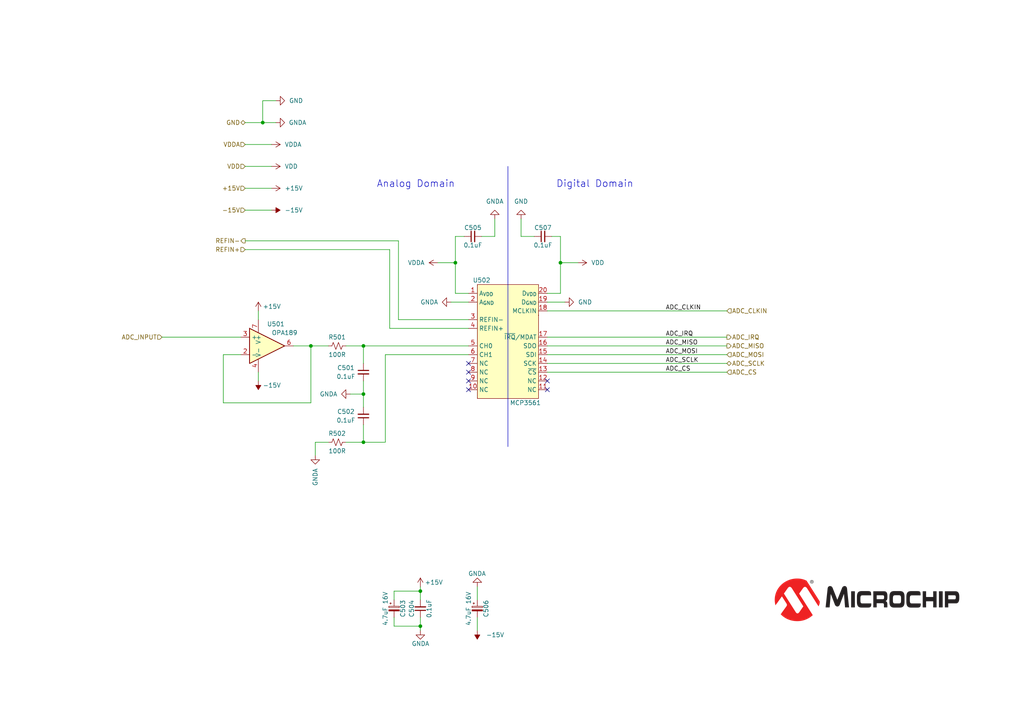
<source format=kicad_sch>
(kicad_sch (version 20230121) (generator eeschema)
  (paper "A4")
  (title_block (title "Lab-Precision Voltage Source") (date "2022-05-10") (rev "REV 1.0") (company "Emoe-Studio") (comment 1 "©Floydfish 2022"))
  (lib_symbols
    (symbol "Device:C_Polarized_Small" (pin_numbers hide) (pin_names (offset 0.254) hide)
      (property "Reference" "C" (at 0.254 1.778 0))
      (property "Value" "C_Polarized_Small" (at 0.254 -2.032 0))
      (symbol "C_Polarized_Small_0_1"
        (rectangle (start -1.524 -0.3048) (end 1.524 -0.6858) (fill (type outline)))
        (rectangle (start -1.524 0.6858) (end 1.524 0.3048))
        (polyline (pts (xy -1.27 1.524) (xy -0.762 1.524)))
        (polyline (pts (xy -1.016 1.27) (xy -1.016 1.778)))
      )
      (symbol "C_Polarized_Small_1_1"
        (pin passive line (at 0 2.54 270) (length 1.8542) (name "~") (number "1"))
        (pin passive line (at 0 -2.54 90) (length 1.8542) (name "~") (number "2"))
      )
    )
    (symbol "Device:C_Small" (pin_numbers hide) (pin_names (offset 0.254) hide)
      (property "Reference" "C" (at 0.254 1.778 0))
      (property "Value" "C_Small" (at 0.254 -2.032 0))
      (symbol "C_Small_0_1"
        (polyline (pts (xy -1.524 -0.508) (xy 1.524 -0.508)) (stroke (width 0.3302)))
        (polyline (pts (xy -1.524 0.508) (xy 1.524 0.508)) (stroke (width 0.3048)))
      )
      (symbol "C_Small_1_1"
        (pin passive line (at 0 2.54 270) (length 2.032) (name "~") (number "1"))
        (pin passive line (at 0 -2.54 90) (length 2.032) (name "~") (number "2"))
      )
    )
    (symbol "Device:R_Small_US" (pin_numbers hide) (pin_names (offset 0.254) hide)
      (property "Reference" "R" (at 0.762 0.508 0))
      (property "Value" "R_Small_US" (at 0.762 -1.016 0))
      (symbol "R_Small_US_1_1"
        (polyline (pts (xy 0 0) (xy 1.016 -0.381) (xy 0 -0.762) (xy -1.016 -1.143) (xy 0 -1.524)))
        (polyline (pts (xy 0 1.524) (xy 1.016 1.143) (xy 0 0.762) (xy -1.016 0.381) (xy 0 0)))
        (pin passive line (at 0 2.54 270) (length 1.016) (name "~") (number "1"))
        (pin passive line (at 0 -2.54 90) (length 1.016) (name "~") (number "2"))
      )
    )
    (symbol "LabPrecisionVoltageSource_Symbol:MCP3561"
      (property "Reference" "U" (at 0 13.97 0))
      (property "Value" "MCP3561" (at 0 11.43 0))
      (symbol "MCP3561_0_1"
        (rectangle (start -8.89 10.16) (end 8.89 -22.86) (fill (type background)))
        (rectangle (start 8.89 1.27) (end 8.89 1.27))
        (rectangle (start 8.89 1.27) (end 8.89 1.27))
        (rectangle (start 8.89 1.27) (end 8.89 1.27))
        (rectangle (start 8.89 1.27) (end 8.89 1.27))
      )
      (symbol "MCP3561_1_1"
        (pin bidirectional line (at -11.43 7.62 0) (length 2.54) (name "A_{VDD}") (number "1"))
        (pin bidirectional line (at -11.43 -20.32 0) (length 2.54) (name "NC") (number "10"))
        (pin bidirectional line (at 11.43 -20.32 180) (length 2.54) (name "NC") (number "11"))
        (pin bidirectional line (at 11.43 -17.78 180) (length 2.54) (name "NC") (number "12"))
        (pin bidirectional line (at 11.43 -15.24 180) (length 2.54) (name "~{CS}") (number "13"))
        (pin bidirectional line (at 11.43 -12.7 180) (length 2.54) (name "SCK") (number "14"))
        (pin bidirectional line (at 11.43 -10.16 180) (length 2.54) (name "SDI") (number "15"))
        (pin bidirectional line (at 11.43 -7.62 180) (length 2.54) (name "SDO") (number "16"))
        (pin bidirectional line (at 11.43 -5.08 180) (length 2.54) (name "~{IRQ}/MDAT") (number "17"))
        (pin bidirectional line (at 11.43 2.54 180) (length 2.54) (name "MCLKIN") (number "18"))
        (pin bidirectional line (at 11.43 5.08 180) (length 2.54) (name "D_{GND}") (number "19"))
        (pin bidirectional line (at -11.43 5.08 0) (length 2.54) (name "A_{GND}") (number "2"))
        (pin bidirectional line (at 11.43 7.62 180) (length 2.54) (name "D_{VDD}") (number "20"))
        (pin bidirectional line (at -11.43 0 0) (length 2.54) (name "REFIN-") (number "3"))
        (pin bidirectional line (at -11.43 -2.54 0) (length 2.54) (name "REFIN+") (number "4"))
        (pin bidirectional line (at -11.43 -7.62 0) (length 2.54) (name "CH0") (number "5"))
        (pin bidirectional line (at -11.43 -10.16 0) (length 2.54) (name "CH1") (number "6"))
        (pin bidirectional line (at -11.43 -12.7 0) (length 2.54) (name "NC") (number "7"))
        (pin bidirectional line (at -11.43 -15.24 0) (length 2.54) (name "NC") (number "8"))
        (pin bidirectional line (at -11.43 -17.78 0) (length 2.54) (name "NC") (number "9"))
      )
    )
    (symbol "LabPrecisionVoltageSource_Symbol:OPA189"
      (property "Reference" "U" (at 5.08 6.35 0))
      (property "Value" "OPA189" (at 7.62 3.81 0))
      (symbol "OPA189_0_0"
        (text "" (at -2.54 0 0) (effects (font (size 1.27 1.27))))
        (text "" (at 0 2.54 0) (effects (font (size 1.27 1.27))))
      )
      (symbol "OPA189_0_1"
        (polyline (pts (xy -3.81 5.08) (xy 6.35 0) (xy -3.81 -5.08) (xy -3.81 5.08)) (stroke (width 0.254)) (fill (type background)))
      )
      (symbol "OPA189_1_1"
        (pin no_connect line (at 1.27 -7.62 90) (length 5.08) hide (name "NC") (number "1"))
        (pin input line (at -6.35 -2.54 0) (length 2.54) (name "-") (number "2"))
        (pin input line (at -6.35 2.54 0) (length 2.54) (name "+") (number "3"))
        (pin power_in line (at -1.27 -7.62 90) (length 3.81) (name "V-") (number "4"))
        (pin no_connect line (at 3.81 -7.62 90) (length 6.35) hide (name "NC") (number "5"))
        (pin output line (at 8.89 0 180) (length 2.54) (name "~") (number "6"))
        (pin power_in line (at -1.27 7.62 270) (length 3.81) (name "V+") (number "7"))
        (pin no_connect line (at 1.27 7.62 270) (length 5.08) hide (name "DNC") (number "8"))
      )
    )
    (symbol "power:+15V" (power) (pin_names (offset 0))
      (property "Value" "+15V" (at 0 3.556 0))
      (symbol "+15V_0_1"
        (polyline (pts (xy -0.762 1.27) (xy 0 2.54)))
        (polyline (pts (xy 0 0) (xy 0 2.54)))
        (polyline (pts (xy 0 2.54) (xy 0.762 1.27)))
      )
      (symbol "+15V_1_1"
        (pin power_in line (at 0 0 90) (length 0) hide (name "+15V") (number "1"))
      )
    )
    (symbol "power:-15V" (power) (pin_names (offset 0))
      (property "Value" "-15V" (at 0 3.81 0))
      (symbol "-15V_0_0"
        (pin power_in line (at 0 0 90) (length 0) hide (name "-15V") (number "1"))
      )
      (symbol "-15V_0_1"
        (polyline (pts (xy 0 0) (xy 0 1.27) (xy 0.762 1.27) (xy 0 2.54) (xy -0.762 1.27) (xy 0 1.27)) (fill (type outline)))
      )
    )
    (symbol "power:GND" (power) (pin_names (offset 0))
      (property "Value" "GND" (at 0 -3.81 0))
      (symbol "GND_0_1"
        (polyline (pts (xy 0 0) (xy 0 -1.27) (xy 1.27 -1.27) (xy 0 -2.54) (xy -1.27 -1.27) (xy 0 -1.27)))
      )
      (symbol "GND_1_1"
        (pin power_in line (at 0 0 270) (length 0) hide (name "GND") (number "1"))
      )
    )
    (symbol "power:GNDA" (power) (pin_names (offset 0))
      (property "Value" "GNDA" (at 0 -3.81 0))
      (symbol "GNDA_0_1"
        (polyline (pts (xy 0 0) (xy 0 -1.27) (xy 1.27 -1.27) (xy 0 -2.54) (xy -1.27 -1.27) (xy 0 -1.27)))
      )
      (symbol "GNDA_1_1"
        (pin power_in line (at 0 0 270) (length 0) hide (name "GNDA") (number "1"))
      )
    )
    (symbol "power:VDD" (power) (pin_names (offset 0))
      (property "Value" "VDD" (at 0 3.81 0))
      (symbol "VDD_0_1"
        (polyline (pts (xy -0.762 1.27) (xy 0 2.54)))
        (polyline (pts (xy 0 0) (xy 0 2.54)))
        (polyline (pts (xy 0 2.54) (xy 0.762 1.27)))
      )
      (symbol "VDD_1_1"
        (pin power_in line (at 0 0 90) (length 0) hide (name "VDD") (number "1"))
      )
    )
    (symbol "power:VDDA" (power) (pin_names (offset 0))
      (property "Value" "VDDA" (at 0 3.81 0))
      (symbol "VDDA_0_1"
        (polyline (pts (xy -0.762 1.27) (xy 0 2.54)))
        (polyline (pts (xy 0 0) (xy 0 2.54)))
        (polyline (pts (xy 0 2.54) (xy 0.762 1.27)))
      )
      (symbol "VDDA_1_1"
        (pin power_in line (at 0 0 90) (length 0) hide (name "VDDA") (number "1"))
      )
    )
  )
  (junction (at 105.41 114.3))
  (junction (at 105.41 100.33))
  (junction (at 162.56 76.2))
  (junction (at 76.2 35.56))
  (junction (at 90.17 100.33))
  (junction (at 121.92 171.45))
  (junction (at 121.92 181.61))
  (junction (at 132.08 76.2))
  (junction (at 105.41 128.27))
  (no_connect (at 135.89 107.95))
  (no_connect (at 135.89 110.49))
  (no_connect (at 135.89 113.03))
  (no_connect (at 135.89 105.41))
  (no_connect (at 158.75 110.49))
  (no_connect (at 158.75 113.03))
  (wire (pts (xy 162.56 76.2) (xy 167.64 76.2)))
  (wire (pts (xy 71.12 41.91) (xy 78.74 41.91)))
  (wire (pts (xy 114.3 171.45) (xy 121.92 171.45)))
  (wire (pts (xy 100.33 128.27) (xy 105.41 128.27)))
  (wire (pts (xy 132.08 68.58) (xy 134.62 68.58)))
  (wire (pts (xy 105.41 110.49) (xy 105.41 114.3)))
  (wire (pts (xy 121.92 170.18) (xy 121.92 171.45)))
  (wire (pts (xy 101.6 114.3) (xy 105.41 114.3)))
  (wire (pts (xy 76.2 35.56) (xy 80.01 35.56)))
  (wire (pts (xy 135.89 85.09) (xy 132.08 85.09)))
  (wire (pts (xy 158.75 87.63) (xy 163.83 87.63)))
  (wire (pts (xy 151.13 63.5) (xy 151.13 68.58)))
  (wire (pts (xy 71.12 60.96) (xy 78.74 60.96)))
  (wire (pts (xy 111.76 102.87) (xy 135.89 102.87)))
  (wire (pts (xy 158.75 85.09) (xy 162.56 85.09)))
  (wire (pts (xy 105.41 100.33) (xy 105.41 105.41)))
  (wire (pts (xy 158.75 90.17) (xy 210.82 90.17)))
  (wire (pts (xy 105.41 114.3) (xy 105.41 118.11)))
  (wire (pts (xy 91.44 132.08) (xy 91.44 128.27)))
  (wire (pts (xy 111.76 102.87) (xy 111.76 128.27)))
  (wire (pts (xy 71.12 54.61) (xy 78.74 54.61)))
  (wire (pts (xy 143.51 63.5) (xy 143.51 68.58)))
  (wire (pts (xy 113.03 72.39) (xy 113.03 95.25)))
  (wire (pts (xy 158.75 100.33) (xy 210.82 100.33)))
  (wire (pts (xy 114.3 179.07) (xy 114.3 181.61)))
  (wire (pts (xy 90.17 100.33) (xy 85.09 100.33)))
  (wire (pts (xy 138.43 170.18) (xy 138.43 173.99)))
  (wire (pts (xy 64.77 102.87) (xy 64.77 116.84)))
  (wire (pts (xy 80.01 29.21) (xy 76.2 29.21)))
  (wire (pts (xy 113.03 95.25) (xy 135.89 95.25)))
  (wire (pts (xy 100.33 100.33) (xy 105.41 100.33)))
  (wire (pts (xy 111.76 128.27) (xy 105.41 128.27)))
  (polyline (pts (xy 147.32 48.26) (xy 147.32 129.54)))
  (wire (pts (xy 71.12 35.56) (xy 76.2 35.56)))
  (wire (pts (xy 71.12 48.26) (xy 78.74 48.26)))
  (wire (pts (xy 91.44 128.27) (xy 95.25 128.27)))
  (wire (pts (xy 132.08 85.09) (xy 132.08 76.2)))
  (wire (pts (xy 71.12 69.85) (xy 115.57 69.85)))
  (wire (pts (xy 132.08 76.2) (xy 132.08 68.58)))
  (wire (pts (xy 105.41 100.33) (xy 135.89 100.33)))
  (wire (pts (xy 114.3 181.61) (xy 121.92 181.61)))
  (wire (pts (xy 74.93 90.17) (xy 74.93 92.71)))
  (wire (pts (xy 158.75 105.41) (xy 210.82 105.41)))
  (wire (pts (xy 69.85 102.87) (xy 64.77 102.87)))
  (wire (pts (xy 46.99 97.79) (xy 69.85 97.79)))
  (wire (pts (xy 127 76.2) (xy 132.08 76.2)))
  (wire (pts (xy 162.56 76.2) (xy 162.56 68.58)))
  (wire (pts (xy 162.56 68.58) (xy 160.02 68.58)))
  (wire (pts (xy 74.93 107.95) (xy 74.93 110.49)))
  (wire (pts (xy 90.17 100.33) (xy 95.25 100.33)))
  (wire (pts (xy 115.57 92.71) (xy 135.89 92.71)))
  (wire (pts (xy 138.43 179.07) (xy 138.43 182.88)))
  (wire (pts (xy 90.17 116.84) (xy 90.17 100.33)))
  (wire (pts (xy 71.12 72.39) (xy 113.03 72.39)))
  (wire (pts (xy 130.81 87.63) (xy 135.89 87.63)))
  (wire (pts (xy 121.92 182.88) (xy 121.92 181.61)))
  (wire (pts (xy 114.3 173.99) (xy 114.3 171.45)))
  (wire (pts (xy 121.92 173.99) (xy 121.92 171.45)))
  (wire (pts (xy 158.75 107.95) (xy 210.82 107.95)))
  (wire (pts (xy 64.77 116.84) (xy 90.17 116.84)))
  (wire (pts (xy 76.2 29.21) (xy 76.2 35.56)))
  (wire (pts (xy 158.75 97.79) (xy 210.82 97.79)))
  (wire (pts (xy 158.75 102.87) (xy 210.82 102.87)))
  (wire (pts (xy 139.7 68.58) (xy 143.51 68.58)))
  (wire (pts (xy 115.57 69.85) (xy 115.57 92.71)))
  (wire (pts (xy 105.41 128.27) (xy 105.41 123.19)))
  (wire (pts (xy 151.13 68.58) (xy 154.94 68.58)))
  (wire (pts (xy 162.56 85.09) (xy 162.56 76.2)))
  (wire (pts (xy 121.92 181.61) (xy 121.92 179.07)))
  (image (at 251.46 173.99) (scale 0.496689))
  (text "Analog Domain" (at 109.22 54.61 0) (effects (font (size 2 2)) (justify left bottom)))
  (text "Digital Domain" (at 161.29 54.61 0) (effects (font (size 2 2)) (justify left bottom)))
  (label "ADC_MOSI" (at 193.04 102.87 0))
  (label "ADC_SCLK" (at 193.04 105.41 0))
  (label "ADC_CLKIN" (at 193.04 90.17 0))
  (label "ADC_IRQ" (at 193.04 97.79 0))
  (label "ADC_MISO" (at 193.04 100.33 0))
  (label "ADC_CS" (at 193.04 107.95 0))
  (hierarchical_label "ADC_INPUT" (shape input) (at 46.99 97.79 180))
  (hierarchical_label "ADC_CS" (shape input) (at 210.82 107.95 0))
  (hierarchical_label "REFIN+" (shape input) (at 71.12 72.39 180))
  (hierarchical_label "ADC_CLKIN" (shape input) (at 210.82 90.17 0))
  (hierarchical_label "ADC_MOSI" (shape input) (at 210.82 102.87 0))
  (hierarchical_label "VDDA" (shape input) (at 71.12 41.91 180))
  (hierarchical_label "+15V" (shape input) (at 71.12 54.61 180))
  (hierarchical_label "GND" (shape bidirectional) (at 71.12 35.56 180))
  (hierarchical_label "ADC_MISO" (shape output) (at 210.82 100.33 0))
  (hierarchical_label "ADC_SCLK" (shape bidirectional) (at 210.82 105.41 0))
  (hierarchical_label "-15V" (shape input) (at 71.12 60.96 180))
  (hierarchical_label "VDD" (shape input) (at 71.12 48.26 180))
  (hierarchical_label "REFIN-" (shape output) (at 71.12 69.85 180))
  (hierarchical_label "ADC_IRQ" (shape output) (at 210.82 97.79 0))
  (symbol (lib_id "power:GND") (at 151.13 63.5 180) (unit 1)
    (property "Reference" "#PWR0518" (effects hide))
    (property "Value" "GND" (at 151.13 58.42 0))
  )
  (symbol (lib_id "power:-15V") (at 138.43 182.88 180) (unit 1)
    (property "Reference" "#PWR0516" (effects hide))
    (property "Value" "-15V" (at 140.97 184.1499 0) (effects (justify right)))
  )
  (symbol (lib_id "Device:C_Polarized_Small") (at 138.43 176.53 0) (unit 1)
    (property "Reference" "C506" (at 140.97 176.53 90))
    (property "Value" "4.7uF 16V" (at 135.89 176.53 90))
    (property "Footprint" "Capacitor_Tantalum_SMD:CP_EIA-3216-10_Kemet-I" (effects hide))
  )
  (symbol (lib_id "LabPrecisionVoltageSource_Symbol:MCP3561") (at 147.32 92.71 0) (unit 1)
    (property "Reference" "U502" (at 139.7 81.28 0))
    (property "Value" "MCP3561" (at 152.4 116.84 0))
    (property "Footprint" "Package_SO:TSSOP-20_4.4x6.5mm_P0.65mm" (effects hide))
    (property "Datasheet" "https://ww1.microchip.com/downloads/en/DeviceDoc/MCP3561-2-4-Two-Four-Eight-Channel-153.6-ksps-Low-Noise-24-Bit-Delta-Sigma-ADCs-DS20006181B.pdf" (effects hide))
  )
  (symbol (lib_id "power:VDD") (at 78.74 48.26 270) (unit 1)
    (property "Reference" "#PWR0504" (effects hide))
    (property "Value" "VDD" (at 82.55 48.2599 90) (effects (justify left)))
  )
  (symbol (lib_id "Device:C_Small") (at 137.16 68.58 90) (unit 1)
    (property "Reference" "C505" (at 137.16 66.04 90))
    (property "Value" "0.1uF" (at 137.16 71.12 90))
    (property "Footprint" "Capacitor_SMD:C_0603_1608Metric" (effects hide))
  )
  (symbol (lib_id "power:-15V") (at 78.74 60.96 270) (unit 1)
    (property "Reference" "#PWR0506" (effects hide))
    (property "Value" "-15V" (at 82.55 60.9599 90) (effects (justify left)))
  )
  (symbol (lib_id "power:+15V") (at 121.92 170.18 0) (unit 1)
    (property "Reference" "#PWR0511" (effects hide))
    (property "Value" "+15V" (at 123.19 168.91 0) (effects (justify left)))
  )
  (symbol (lib_id "power:GND") (at 80.01 29.21 90) (unit 1)
    (property "Reference" "#PWR0507" (effects hide))
    (property "Value" "GND" (at 83.82 29.2099 90) (effects (justify right)))
  )
  (symbol (lib_id "power:GNDA") (at 91.44 132.08 0) (unit 1)
    (property "Reference" "#PWR0509" (effects hide))
    (property "Value" "GNDA" (at 91.44 140.97 90) (effects (justify left)))
  )
  (symbol (lib_id "power:GND") (at 163.83 87.63 90) (unit 1)
    (property "Reference" "#PWR0519" (effects hide))
    (property "Value" "GND" (at 167.64 87.6299 90) (effects (justify right)))
  )
  (symbol (lib_id "Device:C_Small") (at 105.41 120.65 180) (unit 1)
    (property "Reference" "C502" (at 100.33 119.38 0))
    (property "Value" "0.1uF" (at 100.33 121.92 0))
    (property "Footprint" "Capacitor_SMD:C_0402_1005Metric" (effects hide))
  )
  (symbol (lib_id "power:-15V") (at 74.93 110.49 180) (unit 1)
    (property "Reference" "#PWR0502" (effects hide))
    (property "Value" "-15V" (at 76.2 111.76 0) (effects (justify right)))
  )
  (symbol (lib_id "power:GNDA") (at 101.6 114.3 270) (unit 1)
    (property "Reference" "#PWR0510" (effects hide))
    (property "Value" "GNDA" (at 92.71 114.3 90) (effects (justify left)))
  )
  (symbol (lib_id "power:GNDA") (at 130.81 87.63 270) (unit 1)
    (property "Reference" "#PWR0514" (effects hide))
    (property "Value" "GNDA" (at 121.92 87.63 90) (effects (justify left)))
  )
  (symbol (lib_id "power:VDD") (at 167.64 76.2 270) (unit 1)
    (property "Reference" "#PWR0520" (effects hide))
    (property "Value" "VDD" (at 171.45 76.1999 90) (effects (justify left)))
  )
  (symbol (lib_id "Device:C_Small") (at 121.92 176.53 180) (unit 1)
    (property "Reference" "C504" (at 119.38 176.53 90))
    (property "Value" "0.1uF" (at 124.46 176.53 90))
    (property "Footprint" "Capacitor_SMD:C_0603_1608Metric" (effects hide))
  )
  (symbol (lib_id "power:+15V") (at 78.74 54.61 270) (unit 1)
    (property "Reference" "#PWR0505" (effects hide))
    (property "Value" "+15V" (at 82.55 54.6099 90) (effects (justify left)))
  )
  (symbol (lib_id "power:+15V") (at 74.93 90.17 0) (unit 1)
    (property "Reference" "#PWR0501" (effects hide))
    (property "Value" "+15V" (at 76.2 88.9 0) (effects (justify left)))
  )
  (symbol (lib_id "power:VDDA") (at 127 76.2 90) (unit 1)
    (property "Reference" "#PWR0513" (effects hide))
    (property "Value" "VDDA" (at 123.19 76.1999 90) (effects (justify left)))
  )
  (symbol (lib_id "power:GNDA") (at 80.01 35.56 90) (unit 1)
    (property "Reference" "#PWR0508" (effects hide))
    (property "Value" "GNDA" (at 88.9 35.56 90) (effects (justify left)))
  )
  (symbol (lib_id "Device:R_Small_US") (at 97.79 128.27 270) (unit 1)
    (property "Reference" "R502" (at 97.79 125.73 90))
    (property "Value" "100R" (at 97.79 130.81 90))
    (property "Footprint" "Resistor_SMD:R_0402_1005Metric" (effects hide))
  )
  (symbol (lib_id "power:GNDA") (at 121.92 182.88 0) (unit 1)
    (property "Reference" "#PWR0512" (effects hide))
    (property "Value" "GNDA" (at 119.38 186.69 0) (effects (justify left)))
  )
  (symbol (lib_id "Device:R_Small_US") (at 97.79 100.33 270) (unit 1)
    (property "Reference" "R501" (at 97.79 97.79 90))
    (property "Value" "100R" (at 97.79 102.87 90))
    (property "Footprint" "Resistor_SMD:R_0402_1005Metric" (effects hide))
  )
  (symbol (lib_id "Device:C_Small") (at 105.41 107.95 0) (unit 1)
    (property "Reference" "C501" (at 100.33 106.68 0))
    (property "Value" "0.1uF" (at 100.33 109.22 0))
    (property "Footprint" "Capacitor_SMD:C_0402_1005Metric" (effects hide))
  )
  (symbol (lib_id "power:GNDA") (at 138.43 170.18 180) (unit 1)
    (property "Reference" "#PWR0515" (effects hide))
    (property "Value" "GNDA" (at 140.97 166.37 0) (effects (justify left)))
  )
  (symbol (lib_id "LabPrecisionVoltageSource_Symbol:OPA189") (at 76.2 100.33 0) (unit 1)
    (property "Reference" "U501" (at 80.01 93.98 0))
    (property "Value" "OPA189" (at 82.55 96.52 0))
    (property "Footprint" "Package_SO:SOIC-8_3.9x4.9mm_P1.27mm" (effects hide))
  )
  (symbol (lib_id "power:VDDA") (at 78.74 41.91 270) (unit 1)
    (property "Reference" "#PWR0503" (effects hide))
    (property "Value" "VDDA" (at 82.55 41.9099 90) (effects (justify left)))
  )
  (symbol (lib_id "power:GNDA") (at 143.51 63.5 180) (unit 1)
    (property "Reference" "#PWR0517" (effects hide))
    (property "Value" "GNDA" (at 143.51 58.42 0))
  )
  (symbol (lib_id "Device:C_Small") (at 157.48 68.58 90) (unit 1)
    (property "Reference" "C507" (at 157.48 66.04 90))
    (property "Value" "0.1uF" (at 157.48 71.12 90))
    (property "Footprint" "Capacitor_SMD:C_0603_1608Metric" (effects hide))
  )
  (symbol (lib_id "Device:C_Polarized_Small") (at 114.3 176.53 0) (unit 1)
    (property "Reference" "C503" (at 116.84 176.53 90))
    (property "Value" "4.7uF 16V" (at 111.76 176.53 90))
    (property "Footprint" "Capacitor_Tantalum_SMD:CP_EIA-3216-10_Kemet-I" (effects hide))
  )
)
</source>
